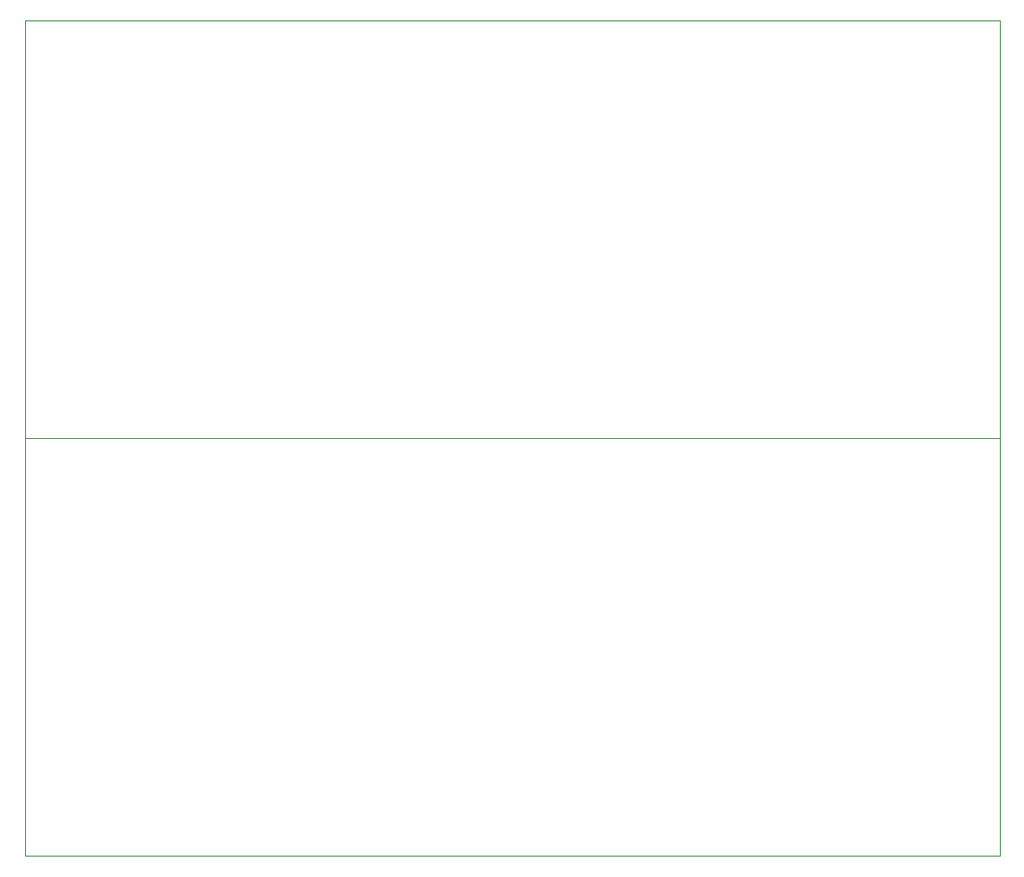
<source format=gbr>
G04 #@! TF.GenerationSoftware,KiCad,Pcbnew,5.1.5-52549c5~86~ubuntu18.04.1*
G04 #@! TF.CreationDate,2020-09-02T18:22:03-05:00*
G04 #@! TF.ProjectId,,58585858-5858-4585-9858-585858585858,rev?*
G04 #@! TF.SameCoordinates,Original*
G04 #@! TF.FileFunction,Profile,NP*
%FSLAX46Y46*%
G04 Gerber Fmt 4.6, Leading zero omitted, Abs format (unit mm)*
G04 Created by KiCad (PCBNEW 5.1.5-52549c5~86~ubuntu18.04.1) date 2020-09-02 18:22:03*
%MOMM*%
%LPD*%
G04 APERTURE LIST*
%ADD10C,0.050000*%
G04 APERTURE END LIST*
D10*
X86243200Y-120380800D02*
X175143200Y-120380800D01*
X175143200Y-82280800D02*
X175143200Y-120380800D01*
X86243200Y-82280800D02*
X86243200Y-120380800D01*
X86243200Y-82280800D02*
X175143200Y-82280800D01*
X86243200Y-82280800D02*
X175143200Y-82280800D01*
X175143200Y-44180800D02*
X175143200Y-82280800D01*
X86243200Y-44180800D02*
X175143200Y-44180800D01*
X86243200Y-44180800D02*
X86243200Y-82280800D01*
M02*

</source>
